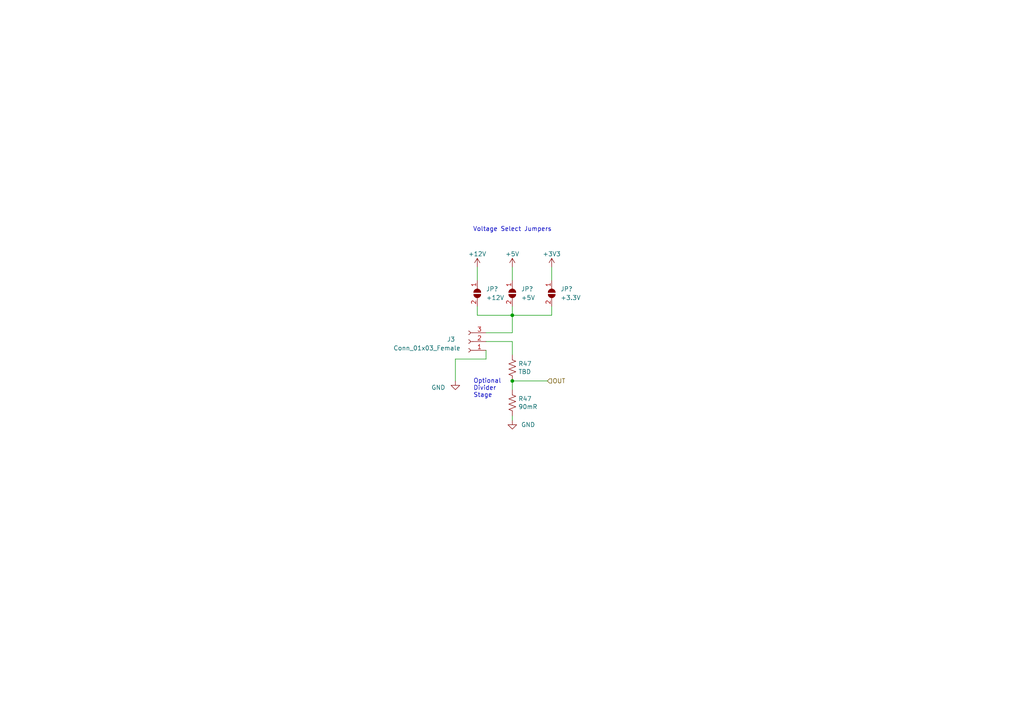
<source format=kicad_sch>
(kicad_sch (version 20230121) (generator eeschema)
  (paper "A4")
  (lib_symbols
    (symbol "Connector:Conn_01x03_Female" (pin_names (offset 1.016) hide)
      (property "Reference" "J" (at 0 5.08 0))
      (property "Value" "Conn_01x03_Female" (at 0 -5.08 0))
      (symbol "Conn_01x03_Female_1_1"
        (arc (start 0 -2.032) (mid -0.5058 -2.54) (end 0 -3.048) (stroke (width 0.1524)))
        (polyline (pts (xy -1.27 -2.54) (xy -0.508 -2.54)) (stroke (width 0.1524)))
        (polyline (pts (xy -1.27 0) (xy -0.508 0)) (stroke (width 0.1524)))
        (polyline (pts (xy -1.27 2.54) (xy -0.508 2.54)) (stroke (width 0.1524)))
        (arc (start 0 0.508) (mid -0.5058 0) (end 0 -0.508) (stroke (width 0.1524)))
        (arc (start 0 3.048) (mid -0.5058 2.54) (end 0 2.032) (stroke (width 0.1524)))
        (pin passive line (at -5.08 2.54 0) (length 3.81) (name "Pin_1") (number "1"))
        (pin passive line (at -5.08 0 0) (length 3.81) (name "Pin_2") (number "2"))
        (pin passive line (at -5.08 -2.54 0) (length 3.81) (name "Pin_3") (number "3"))
      )
    )
    (symbol "Device:R_US" (pin_numbers hide) (pin_names (offset 0))
      (property "Reference" "R" (at 2.54 0 90))
      (property "Value" "R_US" (at -2.54 0 90))
      (symbol "R_US_0_1"
        (polyline (pts (xy 0 -2.286) (xy 0 -2.54)))
        (polyline (pts (xy 0 2.286) (xy 0 2.54)))
        (polyline (pts (xy 0 -0.762) (xy 1.016 -1.143) (xy 0 -1.524) (xy -1.016 -1.905) (xy 0 -2.286)))
        (polyline (pts (xy 0 0.762) (xy 1.016 0.381) (xy 0 0) (xy -1.016 -0.381) (xy 0 -0.762)))
        (polyline (pts (xy 0 2.286) (xy 1.016 1.905) (xy 0 1.524) (xy -1.016 1.143) (xy 0 0.762)))
      )
      (symbol "R_US_1_1"
        (pin passive line (at 0 3.81 270) (length 1.27) (name "~") (number "1"))
        (pin passive line (at 0 -3.81 90) (length 1.27) (name "~") (number "2"))
      )
    )
    (symbol "Jumper:SolderJumper_2_Open" (pin_names (offset 0) hide)
      (property "Reference" "JP" (at 0 2.032 0))
      (property "Value" "SolderJumper_2_Open" (at 0 -2.54 0))
      (symbol "SolderJumper_2_Open_0_1"
        (arc (start -0.254 1.016) (mid -1.2656 0) (end -0.254 -1.016))
        (arc (start -0.254 1.016) (mid -1.2656 0) (end -0.254 -1.016) (fill (type outline)))
        (polyline (pts (xy -0.254 1.016) (xy -0.254 -1.016)))
        (polyline (pts (xy 0.254 1.016) (xy 0.254 -1.016)))
        (arc (start 0.254 -1.016) (mid 1.2656 0) (end 0.254 1.016))
        (arc (start 0.254 -1.016) (mid 1.2656 0) (end 0.254 1.016) (fill (type outline)))
      )
      (symbol "SolderJumper_2_Open_1_1"
        (pin passive line (at -3.81 0 0) (length 2.54) (name "A") (number "1"))
        (pin passive line (at 3.81 0 180) (length 2.54) (name "B") (number "2"))
      )
    )
    (symbol "power:+12V" (power) (pin_names (offset 0))
      (property "Value" "+12V" (at 0 3.556 0))
      (symbol "+12V_0_1"
        (polyline (pts (xy -0.762 1.27) (xy 0 2.54)))
        (polyline (pts (xy 0 0) (xy 0 2.54)))
        (polyline (pts (xy 0 2.54) (xy 0.762 1.27)))
      )
      (symbol "+12V_1_1"
        (pin power_in line (at 0 0 90) (length 0) hide (name "+12V") (number "1"))
      )
    )
    (symbol "power:+3.3V" (power) (pin_names (offset 0))
      (property "Value" "+3.3V" (at 0 3.556 0))
      (symbol "+3.3V_0_1"
        (polyline (pts (xy -0.762 1.27) (xy 0 2.54)))
        (polyline (pts (xy 0 0) (xy 0 2.54)))
        (polyline (pts (xy 0 2.54) (xy 0.762 1.27)))
      )
      (symbol "+3.3V_1_1"
        (pin power_in line (at 0 0 90) (length 0) hide (name "+3V3") (number "1"))
      )
    )
    (symbol "power:+5V" (power) (pin_names (offset 0))
      (property "Value" "+5V" (at 0 3.556 0))
      (symbol "+5V_0_1"
        (polyline (pts (xy -0.762 1.27) (xy 0 2.54)))
        (polyline (pts (xy 0 0) (xy 0 2.54)))
        (polyline (pts (xy 0 2.54) (xy 0.762 1.27)))
      )
      (symbol "+5V_1_1"
        (pin power_in line (at 0 0 90) (length 0) hide (name "+5V") (number "1"))
      )
    )
    (symbol "power:GND" (power) (pin_names (offset 0))
      (property "Value" "GND" (at 0 -3.81 0))
      (symbol "GND_0_1"
        (polyline (pts (xy 0 0) (xy 0 -1.27) (xy 1.27 -1.27) (xy 0 -2.54) (xy -1.27 -1.27) (xy 0 -1.27)))
      )
      (symbol "GND_1_1"
        (pin power_in line (at 0 0 270) (length 0) hide (name "GND") (number "1"))
      )
    )
  )
  (junction (at 148.59 91.44))
  (junction (at 148.59 110.49))
  (wire (pts (xy 160.02 81.28) (xy 160.02 77.47)))
  (wire (pts (xy 148.59 91.44) (xy 148.59 96.52)))
  (wire (pts (xy 140.97 101.6) (xy 140.97 104.14)))
  (wire (pts (xy 138.43 88.9) (xy 138.43 91.44)))
  (wire (pts (xy 138.43 77.47) (xy 138.43 81.28)))
  (wire (pts (xy 148.59 120.65) (xy 148.59 121.92)))
  (wire (pts (xy 140.97 99.06) (xy 148.59 99.06)))
  (wire (pts (xy 140.97 96.52) (xy 148.59 96.52)))
  (wire (pts (xy 148.59 99.06) (xy 148.59 102.87)))
  (wire (pts (xy 140.97 104.14) (xy 132.08 104.14)))
  (wire (pts (xy 160.02 91.44) (xy 148.59 91.44)))
  (wire (pts (xy 138.43 91.44) (xy 148.59 91.44)))
  (wire (pts (xy 132.08 104.14) (xy 132.08 110.49)))
  (wire (pts (xy 148.59 77.47) (xy 148.59 81.28)))
  (wire (pts (xy 148.59 110.49) (xy 158.75 110.49)))
  (wire (pts (xy 148.59 110.49) (xy 148.59 113.03)))
  (wire (pts (xy 148.59 91.44) (xy 148.59 88.9)))
  (wire (pts (xy 160.02 88.9) (xy 160.02 91.44)))
  (text "Optional\nDivider \nStage" (at 137.287 115.443 0) (effects (font (size 1.27 1.27)) (justify left bottom)))
  (text "Voltage Select Jumpers" (at 137.16 67.31 0) (effects (font (size 1.27 1.27)) (justify left bottom)))
  (hierarchical_label "OUT" (shape input) (at 158.75 110.49 0))
  (symbol (lib_id "Device:R_US") (at 148.59 116.84 0) (unit 1)
    (property "Reference" "R47" (at 150.3172 115.6716 0) (effects (justify left)))
    (property "Value" "90mR" (at 150.3172 117.983 0) (effects (justify left)))
    (property "Footprint" "Resistor_SMD:R_0805_2012Metric_Pad1.20x1.40mm_HandSolder" (effects hide))
    (instances (project "PropulsionBoard" (path "" (reference "R47") (unit 1)) (path "" (reference "R18") (unit 1)) (path "" (reference "R20") (unit 1)) (path "" (reference "R22") (unit 1)) (path "" (reference "R28") (unit 1))) (project "actuator" (path "" (reference "R9") (unit 1))))
  )
  (symbol (lib_id "Jumper:SolderJumper_2_Open") (at 148.59 85.09 270) (unit 1)
    (property "Reference" "JP?" (at 151.13 83.82 90) (effects (justify left)))
    (property "Value" "+5V" (at 151.13 86.36 90) (effects (justify left)))
    (property "Footprint" "Jumper:SolderJumper-2_P1.3mm_Open_Pad1.0x1.5mm" (effects hide))
    (instances (project "PropulsionBoard" (path "" (reference "JP?") (unit 1)) (path "" (reference "JP2") (unit 1)) (path "" (reference "JP5") (unit 1)) (path "" (reference "JP8") (unit 1)) (path "" (reference "JP17") (unit 1))))
  )
  (symbol (lib_id "power:+5V") (at 148.59 77.47 0) (unit 1)
    (property "Reference" "#PWR039" (effects hide))
    (property "Value" "+5V" (at 148.59 73.66 0))
    (instances (project "Propulsion Board" (path "" (reference "#PWR039") (unit 1)) (path "" (reference "#PWR055") (unit 1))) (project "PropulsionBoard" (path "" (reference "#PWR031") (unit 1)) (path "" (reference "#PWR?") (unit 1)) (path "" (reference "#PWR046") (unit 1)) (path "" (reference "#PWR051") (unit 1)) (path "" (reference "#PWR056") (unit 1)) (path "" (reference "#PWR069") (unit 1))) (project "sensors" (path "" (reference "#PWR034") (unit 1))))
  )
  (symbol (lib_id "Jumper:SolderJumper_2_Open") (at 138.43 85.09 270) (unit 1)
    (property "Reference" "JP?" (at 140.97 83.82 90) (effects (justify left)))
    (property "Value" "+12V" (at 140.97 86.36 90) (effects (justify left)))
    (property "Footprint" "Jumper:SolderJumper-2_P1.3mm_Open_Pad1.0x1.5mm" (effects hide))
    (instances (project "PropulsionBoard" (path "" (reference "JP?") (unit 1)) (path "" (reference "JP1") (unit 1)) (path "" (reference "JP4") (unit 1)) (path "" (reference "JP7") (unit 1)) (path "" (reference "JP16") (unit 1))))
  )
  (symbol (lib_id "Device:R_US") (at 148.59 106.68 0) (unit 1)
    (property "Reference" "R47" (at 150.3172 105.5116 0) (effects (justify left)))
    (property "Value" "TBD" (at 150.3172 107.823 0) (effects (justify left)))
    (property "Footprint" "Resistor_SMD:R_0805_2012Metric_Pad1.20x1.40mm_HandSolder" (effects hide))
    (instances (project "PropulsionBoard" (path "" (reference "R47") (unit 1)) (path "" (reference "R17") (unit 1)) (path "" (reference "R19") (unit 1)) (path "" (reference "R21") (unit 1)) (path "" (reference "R27") (unit 1))) (project "actuator" (path "" (reference "R9") (unit 1))))
  )
  (symbol (lib_id "power:+3.3V") (at 160.02 77.47 0) (mirror y) (unit 1)
    (property "Reference" "#PWR024" (effects hide))
    (property "Value" "+3.3V" (at 160.02 73.66 0))
    (instances (project "Propulsion Board" (path "" (reference "#PWR024") (unit 1))) (project "PropulsionBoard" (path "" (reference "#PWR?") (unit 1)) (path "" (reference "#PWR048") (unit 1)) (path "" (reference "#PWR071") (unit 1)) (path "" (reference "#PWR053") (unit 1)) (path "" (reference "#PWR058") (unit 1))) (project "sensors" (path "" (reference "#PWR032") (unit 1))))
  )
  (symbol (lib_id "power:+12V") (at 138.43 77.47 0) (unit 1)
    (property "Reference" "#PWR?" (effects hide))
    (property "Value" "+12V" (at 138.43 73.66 0))
    (instances (project "PropulsionBoard" (path "" (reference "#PWR?") (unit 1)) (path "" (reference "#PWR045") (unit 1)) (path "" (reference "#PWR050") (unit 1)) (path "" (reference "#PWR055") (unit 1)) (path "" (reference "#PWR068") (unit 1))))
  )
  (symbol (lib_id "power:GND") (at 148.59 121.92 0) (mirror y) (unit 1)
    (property "Reference" "#PWR025" (effects hide))
    (property "Value" "GND" (at 151.13 123.1899 0) (effects (justify right)))
    (instances (project "Propulsion Board" (path "" (reference "#PWR025") (unit 1))) (project "PropulsionBoard" (path "" (reference "#PWR?") (unit 1)) (path "" (reference "#PWR047") (unit 1)) (path "" (reference "#PWR070") (unit 1)) (path "" (reference "#PWR052") (unit 1)) (path "" (reference "#PWR057") (unit 1))) (project "sensors" (path "" (reference "#PWR033") (unit 1))))
  )
  (symbol (lib_id "Jumper:SolderJumper_2_Open") (at 160.02 85.09 270) (unit 1)
    (property "Reference" "JP?" (at 162.56 83.82 90) (effects (justify left)))
    (property "Value" "+3.3V" (at 162.56 86.36 90) (effects (justify left)))
    (property "Footprint" "Jumper:SolderJumper-2_P1.3mm_Open_Pad1.0x1.5mm" (effects hide))
    (instances (project "PropulsionBoard" (path "" (reference "JP?") (unit 1)) (path "" (reference "JP3") (unit 1)) (path "" (reference "JP6") (unit 1)) (path "" (reference "JP9") (unit 1)) (path "" (reference "JP18") (unit 1))))
  )
  (symbol (lib_id "power:GND") (at 132.08 110.49 0) (mirror y) (unit 1)
    (property "Reference" "#PWR023" (effects hide))
    (property "Value" "GND" (at 125.095 112.395 0) (effects (justify right)))
    (instances (project "Propulsion Board" (path "" (reference "#PWR023") (unit 1))) (project "PropulsionBoard" (path "" (reference "#PWR?") (unit 1)) (path "" (reference "#PWR044") (unit 1)) (path "" (reference "#PWR067") (unit 1)) (path "" (reference "#PWR049") (unit 1)) (path "" (reference "#PWR054") (unit 1))) (project "sensors" (path "" (reference "#PWR031") (unit 1))))
  )
  (symbol (lib_id "Connector:Conn_01x03_Female") (at 135.89 99.06 180) (unit 1)
    (property "Reference" "J3" (at 130.81 98.425 0))
    (property "Value" "Conn_01x03_Female" (at 123.825 100.965 0))
    (property "Footprint" "Connector_JST:JST_PH_S3B-PH-K_1x03_P2.00mm_Horizontal" (effects hide))
    (instances (project "Propulsion Board" (path "" (reference "J3") (unit 1))) (project "PropulsionBoard" (path "" (reference "J?") (unit 1)) (path "" (reference "J4") (unit 1)) (path "" (reference "J9") (unit 1)) (path "" (reference "J5") (unit 1)) (path "" (reference "J6") (unit 1))) (project "sensors" (path "" (reference "J4") (unit 1))))
  )
)
</source>
